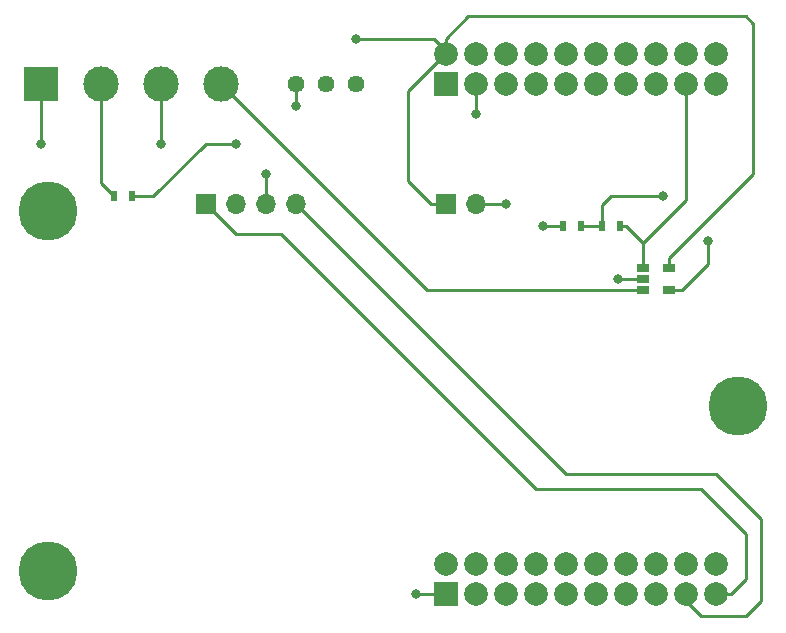
<source format=gbr>
%TF.GenerationSoftware,KiCad,Pcbnew,(5.1.6)-1*%
%TF.CreationDate,2021-07-08T16:07:49-06:00*%
%TF.ProjectId,Thermocouple Gauge,54686572-6d6f-4636-9f75-706c65204761,rev?*%
%TF.SameCoordinates,Original*%
%TF.FileFunction,Copper,L1,Top*%
%TF.FilePolarity,Positive*%
%FSLAX46Y46*%
G04 Gerber Fmt 4.6, Leading zero omitted, Abs format (unit mm)*
G04 Created by KiCad (PCBNEW (5.1.6)-1) date 2021-07-08 16:07:49*
%MOMM*%
%LPD*%
G01*
G04 APERTURE LIST*
%TA.AperFunction,ComponentPad*%
%ADD10C,5.000000*%
%TD*%
%TA.AperFunction,ComponentPad*%
%ADD11C,3.000000*%
%TD*%
%TA.AperFunction,ComponentPad*%
%ADD12R,3.000000X3.000000*%
%TD*%
%TA.AperFunction,ComponentPad*%
%ADD13C,2.000000*%
%TD*%
%TA.AperFunction,ComponentPad*%
%ADD14R,2.000000X2.000000*%
%TD*%
%TA.AperFunction,ComponentPad*%
%ADD15R,1.700000X1.700000*%
%TD*%
%TA.AperFunction,ComponentPad*%
%ADD16O,1.700000X1.700000*%
%TD*%
%TA.AperFunction,SMDPad,CuDef*%
%ADD17R,0.500000X0.900000*%
%TD*%
%TA.AperFunction,SMDPad,CuDef*%
%ADD18R,1.060000X0.650000*%
%TD*%
%TA.AperFunction,ComponentPad*%
%ADD19C,1.440000*%
%TD*%
%TA.AperFunction,ViaPad*%
%ADD20C,0.800000*%
%TD*%
%TA.AperFunction,Conductor*%
%ADD21C,0.250000*%
%TD*%
G04 APERTURE END LIST*
D10*
%TO.P,REF\u002A\u002A,1*%
%TO.N,N/C*%
X159385000Y-107315000D03*
%TD*%
%TO.P,REF\u002A\u002A,1*%
%TO.N,N/C*%
X217805000Y-123825000D03*
%TD*%
%TO.P,REF\u002A\u002A,1*%
%TO.N,N/C*%
X159385000Y-137795000D03*
%TD*%
D11*
%TO.P,J1,4*%
%TO.N,Net-(J1-Pad4)*%
X173990000Y-96520000D03*
D12*
%TO.P,J1,1*%
%TO.N,GND*%
X158750000Y-96520000D03*
D11*
%TO.P,J1,3*%
X168910000Y-96520000D03*
%TO.P,J1,2*%
%TO.N,Net-(J1-Pad2)*%
X163830000Y-96520000D03*
%TD*%
D13*
%TO.P,J2,20*%
%TO.N,Net-(J2-Pad20)*%
X215900000Y-137160000D03*
%TO.P,J2,18*%
%TO.N,Net-(J2-Pad18)*%
X213360000Y-137160000D03*
%TO.P,J2,16*%
%TO.N,Net-(J2-Pad16)*%
X210820000Y-137160000D03*
%TO.P,J2,14*%
%TO.N,Net-(J2-Pad14)*%
X208280000Y-137160000D03*
%TO.P,J2,12*%
%TO.N,Net-(J2-Pad12)*%
X205740000Y-137160000D03*
%TO.P,J2,10*%
%TO.N,Net-(J2-Pad10)*%
X203200000Y-137160000D03*
%TO.P,J2,8*%
%TO.N,Net-(J2-Pad8)*%
X200660000Y-137160000D03*
%TO.P,J2,6*%
%TO.N,Net-(J2-Pad6)*%
X198120000Y-137160000D03*
%TO.P,J2,4*%
%TO.N,Net-(J2-Pad4)*%
X195580000Y-137160000D03*
%TO.P,J2,2*%
%TO.N,Net-(J2-Pad2)*%
X193040000Y-137160000D03*
%TO.P,J2,19*%
%TO.N,Net-(J2-Pad19)*%
X215900000Y-139700000D03*
%TO.P,J2,17*%
%TO.N,Net-(J2-Pad17)*%
X213360000Y-139700000D03*
%TO.P,J2,15*%
%TO.N,Net-(J2-Pad15)*%
X210820000Y-139700000D03*
%TO.P,J2,13*%
%TO.N,Net-(J2-Pad13)*%
X208280000Y-139700000D03*
%TO.P,J2,11*%
%TO.N,Net-(J2-Pad11)*%
X205740000Y-139700000D03*
%TO.P,J2,9*%
%TO.N,Net-(J2-Pad9)*%
X203200000Y-139700000D03*
%TO.P,J2,7*%
%TO.N,Net-(J2-Pad7)*%
X200660000Y-139700000D03*
%TO.P,J2,5*%
%TO.N,Net-(J2-Pad5)*%
X198120000Y-139700000D03*
%TO.P,J2,3*%
%TO.N,Net-(J2-Pad3)*%
X195580000Y-139700000D03*
D14*
%TO.P,J2,1*%
%TO.N,GND*%
X193040000Y-139700000D03*
%TD*%
%TO.P,J3,1*%
%TO.N,Net-(J3-Pad1)*%
X193040000Y-96520000D03*
D13*
%TO.P,J3,3*%
%TO.N,GND*%
X195580000Y-96520000D03*
%TO.P,J3,5*%
%TO.N,Net-(J3-Pad5)*%
X198120000Y-96520000D03*
%TO.P,J3,7*%
%TO.N,Net-(J3-Pad7)*%
X200660000Y-96520000D03*
%TO.P,J3,9*%
%TO.N,Net-(J3-Pad9)*%
X203200000Y-96520000D03*
%TO.P,J3,11*%
%TO.N,Net-(J3-Pad11)*%
X205740000Y-96520000D03*
%TO.P,J3,13*%
%TO.N,Net-(J3-Pad13)*%
X208280000Y-96520000D03*
%TO.P,J3,15*%
%TO.N,Net-(J3-Pad15)*%
X210820000Y-96520000D03*
%TO.P,J3,17*%
%TO.N,Net-(J3-Pad17)*%
X213360000Y-96520000D03*
%TO.P,J3,19*%
%TO.N,Net-(J3-Pad19)*%
X215900000Y-96520000D03*
%TO.P,J3,2*%
%TO.N,Net-(J3-Pad2)*%
X193040000Y-93980000D03*
%TO.P,J3,4*%
%TO.N,Net-(J3-Pad4)*%
X195580000Y-93980000D03*
%TO.P,J3,6*%
%TO.N,Net-(J3-Pad6)*%
X198120000Y-93980000D03*
%TO.P,J3,8*%
%TO.N,Net-(J3-Pad8)*%
X200660000Y-93980000D03*
%TO.P,J3,10*%
%TO.N,Net-(J3-Pad10)*%
X203200000Y-93980000D03*
%TO.P,J3,12*%
%TO.N,Net-(J3-Pad12)*%
X205740000Y-93980000D03*
%TO.P,J3,14*%
%TO.N,Net-(J3-Pad14)*%
X208280000Y-93980000D03*
%TO.P,J3,16*%
%TO.N,Net-(J3-Pad16)*%
X210820000Y-93980000D03*
%TO.P,J3,18*%
%TO.N,Net-(J3-Pad18)*%
X213360000Y-93980000D03*
%TO.P,J3,20*%
%TO.N,Net-(J3-Pad20)*%
X215900000Y-93980000D03*
%TD*%
D15*
%TO.P,J4,1*%
%TO.N,Net-(J3-Pad2)*%
X193040000Y-106680000D03*
D16*
%TO.P,J4,2*%
%TO.N,GND*%
X195580000Y-106680000D03*
%TD*%
D15*
%TO.P,J5,1*%
%TO.N,Net-(J2-Pad19)*%
X172720000Y-106680000D03*
D16*
%TO.P,J5,2*%
%TO.N,Net-(J5-Pad2)*%
X175260000Y-106680000D03*
%TO.P,J5,3*%
%TO.N,Net-(J3-Pad16)*%
X177800000Y-106680000D03*
%TO.P,J5,4*%
%TO.N,Net-(J2-Pad17)*%
X180340000Y-106680000D03*
%TD*%
D17*
%TO.P,R1,2*%
%TO.N,Net-(R1-Pad2)*%
X206260000Y-108585000D03*
%TO.P,R1,1*%
%TO.N,Net-(J3-Pad17)*%
X207760000Y-108585000D03*
%TD*%
%TO.P,R2,1*%
%TO.N,Net-(R1-Pad2)*%
X204470000Y-108585000D03*
%TO.P,R2,2*%
%TO.N,GND*%
X202970000Y-108585000D03*
%TD*%
D18*
%TO.P,U1,5*%
%TO.N,Net-(J3-Pad2)*%
X211920000Y-112080000D03*
%TO.P,U1,4*%
%TO.N,Net-(R1-Pad2)*%
X211920000Y-113980000D03*
%TO.P,U1,3*%
%TO.N,Net-(J1-Pad4)*%
X209720000Y-113980000D03*
%TO.P,U1,2*%
%TO.N,GND*%
X209720000Y-113030000D03*
%TO.P,U1,1*%
%TO.N,Net-(J3-Pad17)*%
X209720000Y-112080000D03*
%TD*%
D17*
%TO.P,R3,2*%
%TO.N,Net-(J1-Pad2)*%
X164985000Y-106045000D03*
%TO.P,R3,1*%
%TO.N,Net-(R3-Pad1)*%
X166485000Y-106045000D03*
%TD*%
D19*
%TO.P,RV1,3*%
%TO.N,Net-(R3-Pad1)*%
X180340000Y-96520000D03*
%TO.P,RV1,2*%
%TO.N,Net-(J3-Pad2)*%
X182880000Y-96520000D03*
%TO.P,RV1,1*%
%TO.N,Net-(RV1-Pad1)*%
X185420000Y-96520000D03*
%TD*%
D20*
%TO.N,GND*%
X158750000Y-101600000D03*
X168910000Y-101600000D03*
X190500000Y-139700000D03*
X198120000Y-106680000D03*
X195580000Y-99060000D03*
X207645000Y-113030000D03*
X201295000Y-108585000D03*
%TO.N,Net-(J3-Pad16)*%
X177800000Y-104140000D03*
X210820000Y-93980000D03*
%TO.N,Net-(R1-Pad2)*%
X215265000Y-109855000D03*
X211455000Y-106045000D03*
%TO.N,Net-(J3-Pad2)*%
X185420000Y-92710000D03*
%TO.N,Net-(R3-Pad1)*%
X175260000Y-101600000D03*
X180340000Y-98425000D03*
X180340000Y-96520000D03*
%TD*%
D21*
%TO.N,Net-(J1-Pad4)*%
X191450000Y-113980000D02*
X209720000Y-113980000D01*
X173990000Y-96520000D02*
X191450000Y-113980000D01*
%TO.N,GND*%
X193040000Y-139700000D02*
X190500000Y-139700000D01*
X158750000Y-96520000D02*
X158750000Y-101600000D01*
X168910000Y-96520000D02*
X168910000Y-101600000D01*
X195580000Y-106680000D02*
X198120000Y-106680000D01*
X195580000Y-96520000D02*
X195580000Y-99060000D01*
X209720000Y-113030000D02*
X207645000Y-113030000D01*
X202970000Y-108585000D02*
X201295000Y-108585000D01*
%TO.N,Net-(J1-Pad2)*%
X163830000Y-96520000D02*
X163830000Y-95250000D01*
X163830000Y-104890000D02*
X164985000Y-106045000D01*
X163830000Y-96520000D02*
X163830000Y-104890000D01*
%TO.N,Net-(J2-Pad17)*%
X203200000Y-129540000D02*
X180340000Y-106680000D01*
X215900000Y-129540000D02*
X203200000Y-129540000D01*
X213360000Y-140335000D02*
X214630000Y-141605000D01*
X213360000Y-139700000D02*
X213360000Y-140335000D01*
X219710000Y-133350000D02*
X215900000Y-129540000D01*
X214630000Y-141605000D02*
X218440000Y-141605000D01*
X218440000Y-141605000D02*
X219710000Y-140335000D01*
X219710000Y-140335000D02*
X219710000Y-133350000D01*
%TO.N,Net-(J3-Pad17)*%
X207760000Y-108585000D02*
X208280000Y-108585000D01*
X209720000Y-110025000D02*
X209720000Y-112080000D01*
X208280000Y-108585000D02*
X209720000Y-110025000D01*
X213360000Y-106385000D02*
X209720000Y-110025000D01*
X213360000Y-96520000D02*
X213360000Y-106385000D01*
%TO.N,Net-(J3-Pad16)*%
X177800000Y-106680000D02*
X177800000Y-104140000D01*
%TO.N,Net-(R1-Pad2)*%
X204470000Y-108585000D02*
X206260000Y-108585000D01*
X211920000Y-113980000D02*
X213045000Y-113980000D01*
X213045000Y-113980000D02*
X215265000Y-111760000D01*
X215265000Y-111760000D02*
X215265000Y-109855000D01*
X206260000Y-108585000D02*
X206260000Y-106795000D01*
X207010000Y-106045000D02*
X211455000Y-106045000D01*
X206260000Y-106795000D02*
X207010000Y-106045000D01*
%TO.N,Net-(J2-Pad19)*%
X175260000Y-109220000D02*
X172720000Y-106680000D01*
X179070000Y-109220000D02*
X175260000Y-109220000D01*
X200660000Y-130810000D02*
X179070000Y-109220000D01*
X218440000Y-138430000D02*
X218440000Y-134620000D01*
X217170000Y-139700000D02*
X218440000Y-138430000D01*
X214630000Y-130810000D02*
X200660000Y-130810000D01*
X215900000Y-139700000D02*
X217170000Y-139700000D01*
X218440000Y-134620000D02*
X214630000Y-130810000D01*
%TO.N,Net-(J3-Pad2)*%
X192033610Y-92710000D02*
X192853600Y-93529990D01*
X185420000Y-92710000D02*
X192033610Y-92710000D01*
X193040000Y-106680000D02*
X191770000Y-106680000D01*
X191770000Y-106680000D02*
X189865000Y-104775000D01*
X193226400Y-94430010D02*
X193226401Y-94430009D01*
X192589990Y-94430010D02*
X193226400Y-94430010D01*
X189865000Y-104775000D02*
X189865000Y-97155000D01*
X189865000Y-97155000D02*
X192589990Y-94430010D01*
X193040000Y-92710000D02*
X193040000Y-93980000D01*
X194945000Y-90805000D02*
X193040000Y-92710000D01*
X211920000Y-111295000D02*
X219075000Y-104140000D01*
X218440000Y-90805000D02*
X194945000Y-90805000D01*
X211920000Y-112080000D02*
X211920000Y-111295000D01*
X219075000Y-104140000D02*
X219075000Y-91440000D01*
X219075000Y-91440000D02*
X218440000Y-90805000D01*
%TO.N,Net-(R3-Pad1)*%
X166485000Y-106045000D02*
X168275000Y-106045000D01*
X168275000Y-106045000D02*
X172720000Y-101600000D01*
X172720000Y-101600000D02*
X175260000Y-101600000D01*
X180340000Y-98425000D02*
X180340000Y-96520000D01*
%TD*%
M02*

</source>
